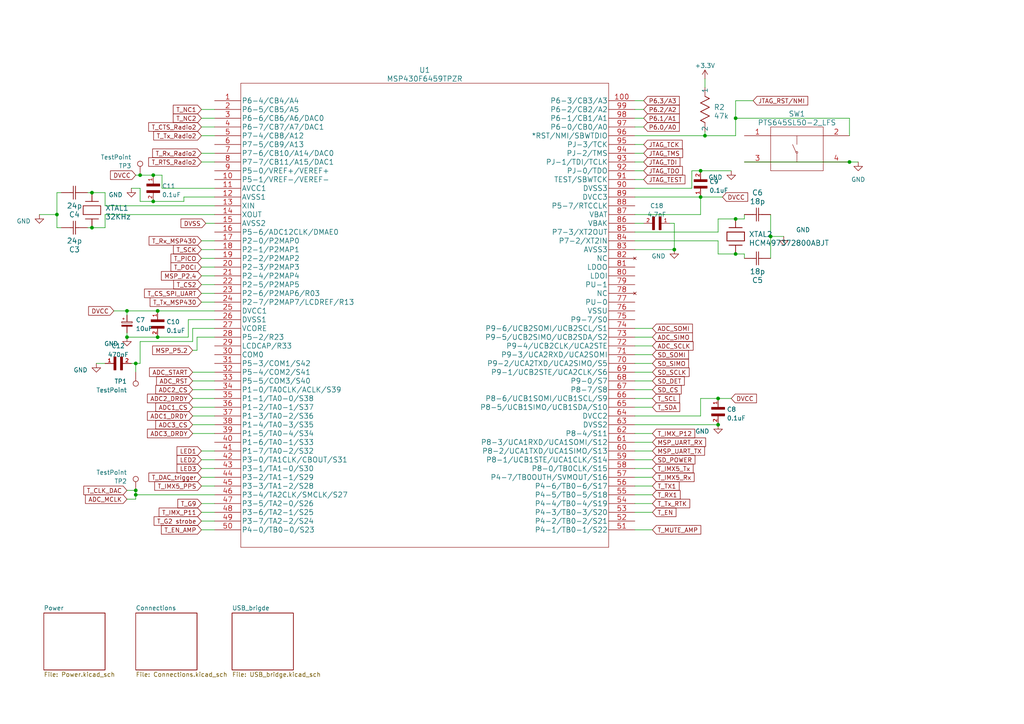
<source format=kicad_sch>
(kicad_sch (version 20230121) (generator eeschema)
  (paper "A4")
  (title_block (date "2024-02-28") (rev "1.0") (comment 1 "By Thimira Asurapmudalige"))
  (lib_symbols
    (symbol "CAP_0.1uF_0603:C0603C104J4RAC7867" (pin_names (offset 1.016) hide)
      (property "Reference" "C" (at 0 3.81 0))
      (property "Value" "C0603C104J4RAC7867" (at 0 -5.08 0))
      (symbol "C0603C104J4RAC7867_0_0"
        (rectangle (start 0 -1.905) (end 0.635 1.905) (fill (type outline)))
        (rectangle (start 1.905 -1.905) (end 2.54 1.905) (fill (type outline)))
        (pin passive line (at -2.54 0 0) (length 2.54) (name "~") (number "1"))
        (pin passive line (at 5.08 0 180) (length 2.54) (name "~") (number "2"))
      )
    )
    (symbol "Cap_18p:CGA3E2C0G1H180J080AA" (pin_numbers hide) (pin_names (offset 1.651) hide)
      (property "Reference" "C" (at 3.81 3.81 0))
      (property "Value" "CGA3E2C0G1H180J080AA" (at 3.81 -7.62 0))
      (symbol "CGA3E2C0G1H180J080AA_1_1"
        (polyline (pts (xy 2.54 0) (xy 3.4798 0)) (stroke (width 0.2032)))
        (polyline (pts (xy 3.4798 -1.905) (xy 3.4798 1.905)) (stroke (width 0.2032)))
        (polyline (pts (xy 4.1148 -1.905) (xy 4.1148 1.905)) (stroke (width 0.2032)))
        (polyline (pts (xy 4.1148 0) (xy 5.08 0)) (stroke (width 0.2032)))
        (pin unspecified line (at 0 0 0) (length 2.54) (name "1") (number "1"))
        (pin unspecified line (at 7.62 0 180) (length 2.54) (name "2") (number "2"))
      )
    )
    (symbol "Cap_24p:CBR06C240FAGAC" (pin_numbers hide) (pin_names (offset 1.651) hide)
      (property "Reference" "C" (at 3.81 3.81 0))
      (property "Value" "CBR06C240FAGAC" (at 3.81 -7.62 0))
      (symbol "CBR06C240FAGAC_1_1"
        (polyline (pts (xy 2.54 0) (xy 3.4798 0)) (stroke (width 0.2032)))
        (polyline (pts (xy 3.4798 -1.905) (xy 3.4798 1.905)) (stroke (width 0.2032)))
        (polyline (pts (xy 4.1148 -1.905) (xy 4.1148 1.905)) (stroke (width 0.2032)))
        (polyline (pts (xy 4.1148 0) (xy 5.08 0)) (stroke (width 0.2032)))
        (pin unspecified line (at 0 0 0) (length 2.54) (name "1") (number "1"))
        (pin unspecified line (at 7.62 0 180) (length 2.54) (name "2") (number "2"))
      )
    )
    (symbol "Cap_470nF_0805:C0805C474K5RECAUTO" (pin_names (offset 1.016) hide)
      (property "Reference" "C" (at 0 3.81 0))
      (property "Value" "C0805C474K5RECAUTO" (at 0 -5.08 0))
      (symbol "C0805C474K5RECAUTO_0_0"
        (rectangle (start 0 -1.905) (end 0.635 1.905) (fill (type outline)))
        (rectangle (start 1.905 -1.905) (end 2.54 1.905) (fill (type outline)))
        (pin passive line (at -2.54 0 0) (length 2.54) (name "~") (number "1"))
        (pin passive line (at 5.08 0 180) (length 2.54) (name "~") (number "2"))
      )
    )
    (symbol "Connector:TestPoint" (pin_numbers hide) (pin_names (offset 0.762) hide)
      (property "Reference" "TP" (at 0 6.858 0))
      (property "Value" "TestPoint" (at 0 5.08 0))
      (symbol "TestPoint_0_1"
        (circle (center 0 3.302) (radius 0.762))
      )
      (symbol "TestPoint_1_1"
        (pin passive line (at 0 0 90) (length 2.54) (name "1") (number "1"))
      )
    )
    (symbol "Device:C_Polarized_Small" (pin_numbers hide) (pin_names (offset 0.254) hide)
      (property "Reference" "C7" (at 2.54 1.1811 0))
      (property "Value" "10uF" (at 2.54 -1.3589 0))
      (symbol "C_Polarized_Small_0_1"
        (rectangle (start -1.524 -0.3048) (end 1.524 -0.6858) (fill (type outline)))
        (rectangle (start -1.524 0.6858) (end 1.524 0.3048))
        (polyline (pts (xy -1.27 1.524) (xy -0.762 1.524)))
        (polyline (pts (xy -1.016 1.27) (xy -1.016 1.778)))
      )
      (symbol "C_Polarized_Small_1_1"
        (pin passive line (at 0 2.54 270) (length 1.8542) (name "1") (number "1"))
        (pin passive line (at 0 -2.54 90) (length 1.8542) (name "2") (number "2"))
      )
    )
    (symbol "MSP430F6459:MSP430F6459TPZR" (pin_names (offset 0.254))
      (property "Reference" "U" (at 60.96 10.16 0))
      (property "Value" "MSP430F6459TPZR" (at 60.96 7.62 0))
      (symbol "MSP430F6459TPZR_1_1"
        (polyline (pts (xy 7.62 -129.54) (xy 114.3 -129.54)) (stroke (width 0.127)))
        (polyline (pts (xy 7.62 5.08) (xy 7.62 -129.54)) (stroke (width 0.127)))
        (polyline (pts (xy 114.3 -129.54) (xy 114.3 5.08)) (stroke (width 0.127)))
        (polyline (pts (xy 114.3 5.08) (xy 7.62 5.08)) (stroke (width 0.127)))
        (pin bidirectional line (at 0 0 0) (length 7.62) (name "P6-4/CB4/A4") (number "1"))
        (pin bidirectional line (at 0 -22.86 0) (length 7.62) (name "P5-1/VREF-/VEREF-") (number "10"))
        (pin bidirectional line (at 121.92 0 180) (length 7.62) (name "P6-3/CB3/A3") (number "100"))
        (pin power_in line (at 0 -25.4 0) (length 7.62) (name "AVCC1") (number "11"))
        (pin power_in line (at 0 -27.94 0) (length 7.62) (name "AVSS1") (number "12"))
        (pin input line (at 0 -30.48 0) (length 7.62) (name "XIN") (number "13"))
        (pin output line (at 0 -33.02 0) (length 7.62) (name "XOUT") (number "14"))
        (pin power_in line (at 0 -35.56 0) (length 7.62) (name "AVSS2") (number "15"))
        (pin bidirectional line (at 0 -38.1 0) (length 7.62) (name "P5-6/ADC12CLK/DMAE0") (number "16"))
        (pin bidirectional line (at 0 -40.64 0) (length 7.62) (name "P2-0/P2MAP0") (number "17"))
        (pin bidirectional line (at 0 -43.18 0) (length 7.62) (name "P2-1/P2MAP1") (number "18"))
        (pin bidirectional line (at 0 -45.72 0) (length 7.62) (name "P2-2/P2MAP2") (number "19"))
        (pin bidirectional line (at 0 -2.54 0) (length 7.62) (name "P6-5/CB5/A5") (number "2"))
        (pin bidirectional line (at 0 -48.26 0) (length 7.62) (name "P2-3/P2MAP3") (number "20"))
        (pin bidirectional line (at 0 -50.8 0) (length 7.62) (name "P2-4/P2MAP4") (number "21"))
        (pin bidirectional line (at 0 -53.34 0) (length 7.62) (name "P2-5/P2MAP5") (number "22"))
        (pin bidirectional line (at 0 -55.88 0) (length 7.62) (name "P2-6/P2MAP6/R03") (number "23"))
        (pin bidirectional line (at 0 -58.42 0) (length 7.62) (name "P2-7/P2MAP7/LCDREF/R13") (number "24"))
        (pin power_in line (at 0 -60.96 0) (length 7.62) (name "DVCC1") (number "25"))
        (pin power_in line (at 0 -63.5 0) (length 7.62) (name "DVSS1") (number "26"))
        (pin power_in line (at 0 -66.04 0) (length 7.62) (name "VCORE") (number "27"))
        (pin bidirectional line (at 0 -68.58 0) (length 7.62) (name "P5-2/R23") (number "28"))
        (pin bidirectional line (at 0 -71.12 0) (length 7.62) (name "LCDCAP/R33") (number "29"))
        (pin bidirectional line (at 0 -5.08 0) (length 7.62) (name "P6-6/CB6/A6/DAC0") (number "3"))
        (pin output line (at 0 -73.66 0) (length 7.62) (name "COM0") (number "30"))
        (pin bidirectional line (at 0 -76.2 0) (length 7.62) (name "P5-3/COM1/S42") (number "31"))
        (pin bidirectional line (at 0 -78.74 0) (length 7.62) (name "P5-4/COM2/S41") (number "32"))
        (pin bidirectional line (at 0 -81.28 0) (length 7.62) (name "P5-5/COM3/S40") (number "33"))
        (pin bidirectional line (at 0 -83.82 0) (length 7.62) (name "P1-0/TA0CLK/ACLK/S39") (number "34"))
        (pin bidirectional line (at 0 -86.36 0) (length 7.62) (name "P1-1/TA0-0/S38") (number "35"))
        (pin bidirectional line (at 0 -88.9 0) (length 7.62) (name "P1-2/TA0-1/S37") (number "36"))
        (pin bidirectional line (at 0 -91.44 0) (length 7.62) (name "P1-3/TA0-2/S36") (number "37"))
        (pin bidirectional line (at 0 -93.98 0) (length 7.62) (name "P1-4/TA0-3/S35") (number "38"))
        (pin bidirectional line (at 0 -96.52 0) (length 7.62) (name "P1-5/TA0-4/S34") (number "39"))
        (pin bidirectional line (at 0 -7.62 0) (length 7.62) (name "P6-7/CB7/A7/DAC1") (number "4"))
        (pin bidirectional line (at 0 -99.06 0) (length 7.62) (name "P1-6/TA0-1/S33") (number "40"))
        (pin bidirectional line (at 0 -101.6 0) (length 7.62) (name "P1-7/TA0-2/S32") (number "41"))
        (pin bidirectional line (at 0 -104.14 0) (length 7.62) (name "P3-0/TA1CLK/CBOUT/S31") (number "42"))
        (pin bidirectional line (at 0 -106.68 0) (length 7.62) (name "P3-1/TA1-0/S30") (number "43"))
        (pin bidirectional line (at 0 -109.22 0) (length 7.62) (name "P3-2/TA1-1/S29") (number "44"))
        (pin bidirectional line (at 0 -111.76 0) (length 7.62) (name "P3-3/TA1-2/S28") (number "45"))
        (pin bidirectional line (at 0 -114.3 0) (length 7.62) (name "P3-4/TA2CLK/SMCLK/S27") (number "46"))
        (pin bidirectional line (at 0 -116.84 0) (length 7.62) (name "P3-5/TA2-0/S26") (number "47"))
        (pin bidirectional line (at 0 -119.38 0) (length 7.62) (name "P3-6/TA2-1/S25") (number "48"))
        (pin bidirectional line (at 0 -121.92 0) (length 7.62) (name "P3-7/TA2-2/S24") (number "49"))
        (pin bidirectional line (at 0 -10.16 0) (length 7.62) (name "P7-4/CB8/A12") (number "5"))
        (pin bidirectional line (at 0 -124.46 0) (length 7.62) (name "P4-0/TB0-0/S23") (number "50"))
        (pin bidirectional line (at 121.92 -124.46 180) (length 7.62) (name "P4-1/TB0-1/S22") (number "51"))
        (pin bidirectional line (at 121.92 -121.92 180) (length 7.62) (name "P4-2/TB0-2/S21") (number "52"))
        (pin bidirectional line (at 121.92 -119.38 180) (length 7.62) (name "P4-3/TB0-3/S20") (number "53"))
        (pin bidirectional line (at 121.92 -116.84 180) (length 7.62) (name "P4-4/TB0-4/S19") (number "54"))
        (pin bidirectional line (at 121.92 -114.3 180) (length 7.62) (name "P4-5/TB0-5/S18") (number "55"))
        (pin bidirectional line (at 121.92 -111.76 180) (length 7.62) (name "P4-6/TB0-6/S17") (number "56"))
        (pin bidirectional line (at 121.92 -109.22 180) (length 7.62) (name "P4-7/TB0OUTH/SVMOUT/S16") (number "57"))
        (pin bidirectional line (at 121.92 -106.68 180) (length 7.62) (name "P8-0/TB0CLK/S15") (number "58"))
        (pin bidirectional line (at 121.92 -104.14 180) (length 7.62) (name "P8-1/UCB1STE/UCA1CLK/S14") (number "59"))
        (pin bidirectional line (at 0 -12.7 0) (length 7.62) (name "P7-5/CB9/A13") (number "6"))
        (pin bidirectional line (at 121.92 -101.6 180) (length 7.62) (name "P8-2/UCA1TXD/UCA1SIMO/S13") (number "60"))
        (pin bidirectional line (at 121.92 -99.06 180) (length 7.62) (name "P8-3/UCA1RXD/UCA1SOMI/S12") (number "61"))
        (pin bidirectional line (at 121.92 -96.52 180) (length 7.62) (name "P8-4/S11") (number "62"))
        (pin power_in line (at 121.92 -93.98 180) (length 7.62) (name "DVSS2") (number "63"))
        (pin power_in line (at 121.92 -91.44 180) (length 7.62) (name "DVCC2") (number "64"))
        (pin bidirectional line (at 121.92 -88.9 180) (length 7.62) (name "P8-5/UCB1SIMO/UCB1SDA/S10") (number "65"))
        (pin bidirectional line (at 121.92 -86.36 180) (length 7.62) (name "P8-6/UCB1SOMI/UCB1SCL/S9") (number "66"))
        (pin bidirectional line (at 121.92 -83.82 180) (length 7.62) (name "P8-7/S8") (number "67"))
        (pin bidirectional line (at 121.92 -81.28 180) (length 7.62) (name "P9-0/S7") (number "68"))
        (pin bidirectional line (at 121.92 -78.74 180) (length 7.62) (name "P9-1/UCB2STE/UCA2CLK/S6") (number "69"))
        (pin bidirectional line (at 0 -15.24 0) (length 7.62) (name "P7-6/CB10/A14/DAC0") (number "7"))
        (pin bidirectional line (at 121.92 -76.2 180) (length 7.62) (name "P9-2/UCA2TXD/UCA2SIMO/S5") (number "70"))
        (pin bidirectional line (at 121.92 -73.66 180) (length 7.62) (name "P9-3/UCA2RXD/UCA2SOMI") (number "71"))
        (pin bidirectional line (at 121.92 -71.12 180) (length 7.62) (name "P9-4/UCB2CLK/UCA2STE") (number "72"))
        (pin bidirectional line (at 121.92 -68.58 180) (length 7.62) (name "P9-5/UCB2SIMO/UCB2SDA/S2") (number "73"))
        (pin bidirectional line (at 121.92 -66.04 180) (length 7.62) (name "P9-6/UCB2SOMI/UCB2SCL/S1") (number "74"))
        (pin bidirectional line (at 121.92 -63.5 180) (length 7.62) (name "P9-7/S0") (number "75"))
        (pin power_in line (at 121.92 -60.96 180) (length 7.62) (name "VSSU") (number "76"))
        (pin bidirectional line (at 121.92 -58.42 180) (length 7.62) (name "PU-0") (number "77"))
        (pin no_connect line (at 121.92 -55.88 180) (length 7.62) (name "NC") (number "78"))
        (pin bidirectional line (at 121.92 -53.34 180) (length 7.62) (name "PU-1") (number "79"))
        (pin bidirectional line (at 0 -17.78 0) (length 7.62) (name "P7-7/CB11/A15/DAC1") (number "8"))
        (pin input line (at 121.92 -50.8 180) (length 7.62) (name "LDOI") (number "80"))
        (pin output line (at 121.92 -48.26 180) (length 7.62) (name "LDOO") (number "81"))
        (pin no_connect line (at 121.92 -45.72 180) (length 7.62) (name "NC") (number "82"))
        (pin power_in line (at 121.92 -43.18 180) (length 7.62) (name "AVSS3") (number "83"))
        (pin bidirectional line (at 121.92 -40.64 180) (length 7.62) (name "P7-2/XT2IN") (number "84"))
        (pin bidirectional line (at 121.92 -38.1 180) (length 7.62) (name "P7-3/XT2OUT") (number "85"))
        (pin power_in line (at 121.92 -35.56 180) (length 7.62) (name "VBAK") (number "86"))
        (pin power_in line (at 121.92 -33.02 180) (length 7.62) (name "VBAT") (number "87"))
        (pin bidirectional line (at 121.92 -30.48 180) (length 7.62) (name "P5-7/RTCCLK") (number "88"))
        (pin power_in line (at 121.92 -27.94 180) (length 7.62) (name "DVCC3") (number "89"))
        (pin bidirectional line (at 0 -20.32 0) (length 7.62) (name "P5-0/VREF+/VEREF+") (number "9"))
        (pin power_in line (at 121.92 -25.4 180) (length 7.62) (name "DVSS3") (number "90"))
        (pin input line (at 121.92 -22.86 180) (length 7.62) (name "TEST/SBWTCK") (number "91"))
        (pin bidirectional line (at 121.92 -20.32 180) (length 7.62) (name "PJ-0/TDO") (number "92"))
        (pin bidirectional line (at 121.92 -17.78 180) (length 7.62) (name "PJ-1/TDI/TCLK") (number "93"))
        (pin bidirectional line (at 121.92 -15.24 180) (length 7.62) (name "PJ-2/TMS") (number "94"))
        (pin bidirectional line (at 121.92 -12.7 180) (length 7.62) (name "PJ-3/TCK") (number "95"))
        (pin bidirectional line (at 121.92 -10.16 180) (length 7.62) (name "*RST/NMI/SBWTDIO") (number "96"))
        (pin bidirectional line (at 121.92 -7.62 180) (length 7.62) (name "P6-0/CB0/A0") (number "97"))
        (pin bidirectional line (at 121.92 -5.08 180) (length 7.62) (name "P6-1/CB1/A1") (number "98"))
        (pin bidirectional line (at 121.92 -2.54 180) (length 7.62) (name "P6-2/CB2/A2") (number "99"))
      )
    )
    (symbol "Res_47k_0603:CRCW060347K0JNEA" (pin_numbers hide) (pin_names (offset -2.54))
      (property "Reference" "R" (at 5.715 3.81 0))
      (property "Value" "CRCW060347K0JNEA" (at 6.35 -6.985 0))
      (symbol "CRCW060347K0JNEA_1_1"
        (polyline (pts (xy 2.54 0) (xy 3.175 1.27)) (stroke (width 0.2032)))
        (polyline (pts (xy 3.175 1.27) (xy 4.445 -1.27)) (stroke (width 0.2032)))
        (polyline (pts (xy 4.445 -1.27) (xy 5.715 1.27)) (stroke (width 0.2032)))
        (polyline (pts (xy 5.715 1.27) (xy 6.985 -1.27)) (stroke (width 0.2032)))
        (polyline (pts (xy 6.985 -1.27) (xy 8.255 1.27)) (stroke (width 0.2032)))
        (polyline (pts (xy 8.255 1.27) (xy 9.525 -1.27)) (stroke (width 0.2032)))
        (polyline (pts (xy 9.525 -1.27) (xy 10.16 0)) (stroke (width 0.2032)))
        (pin unspecified line (at 12.7 0 180) (length 2.54) (name "1") (number "1"))
        (pin unspecified line (at 0 0 0) (length 2.54) (name "2") (number "2"))
      )
    )
    (symbol "SW_SPST_TAC:PTS645SL50-2_LFS" (pin_names (offset 0.254) hide)
      (property "Reference" "SW" (at 15.748 7.366 0))
      (property "Value" "PTS645SL50-2_LFS" (at 15.748 4.826 0))
      (symbol "PTS645SL50-2_LFS_1_1"
        (polyline (pts (xy 7.62 -10.16) (xy 22.86 -10.16)) (stroke (width 0.127)))
        (polyline (pts (xy 7.62 0) (xy 22.86 0)) (stroke (width 0.127)))
        (polyline (pts (xy 7.62 2.54) (xy 7.62 -10.16)) (stroke (width 0.127)))
        (polyline (pts (xy 14.986 -4.826) (xy 13.97 -2.54)) (stroke (width 0.127)))
        (polyline (pts (xy 15.24 -7.62) (xy 15.24 -5.08)) (stroke (width 0.127)))
        (polyline (pts (xy 15.24 0) (xy 15.24 -2.54)) (stroke (width 0.127)))
        (polyline (pts (xy 22.86 -10.16) (xy 22.86 2.54)) (stroke (width 0.127)))
        (polyline (pts (xy 22.86 -7.62) (xy 7.62 -7.62)) (stroke (width 0.127)))
        (polyline (pts (xy 22.86 2.54) (xy 7.62 2.54)) (stroke (width 0.127)))
        (circle (center 15.24 -4.826) (radius 0.254) (stroke (width 0.127)))
        (arc (start 15.24 -4.572) (mid 15.24 -4.572) (end 15.24 -4.572) (stroke (width 0.127)))
        (pin unspecified line (at 0 0 0) (length 7.62) (name "1") (number "1"))
        (pin unspecified line (at 30.48 0 180) (length 7.62) (name "2") (number "2"))
        (pin unspecified line (at 0 -7.62 0) (length 7.62) (name "3") (number "3"))
        (pin unspecified line (at 30.48 -7.62 180) (length 7.62) (name "4") (number "4"))
      )
    )
    (symbol "XTAL 7.3728 MHz:HCM497372800ABJT" (pin_numbers hide) (pin_names hide)
      (property "Reference" "XTAL" (at 5.08 4.445 0))
      (property "Value" "HCM497372800ABJT" (at 5.08 -7.62 0))
      (symbol "HCM497372800ABJT_1_1"
        (polyline (pts (xy 2.54 -1.905) (xy 2.54 1.905)) (stroke (width 0.2032)))
        (polyline (pts (xy 2.54 -1.905) (xy 2.54 1.905)) (stroke (width 0.2032)))
        (polyline (pts (xy 3.81 -2.54) (xy 3.81 2.54)) (stroke (width 0.2032)))
        (polyline (pts (xy 3.81 -2.54) (xy 3.81 2.54)) (stroke (width 0.2032)))
        (polyline (pts (xy 3.81 2.54) (xy 6.35 2.54)) (stroke (width 0.2032)))
        (polyline (pts (xy 3.81 2.54) (xy 6.35 2.54)) (stroke (width 0.2032)))
        (polyline (pts (xy 6.35 -2.54) (xy 3.81 -2.54)) (stroke (width 0.2032)))
        (polyline (pts (xy 6.35 -2.54) (xy 3.81 -2.54)) (stroke (width 0.2032)))
        (polyline (pts (xy 6.35 2.54) (xy 6.35 -2.54)) (stroke (width 0.2032)))
        (polyline (pts (xy 6.35 2.54) (xy 6.35 -2.54)) (stroke (width 0.2032)))
        (polyline (pts (xy 7.62 -1.905) (xy 7.62 1.905)) (stroke (width 0.2032)))
        (polyline (pts (xy 7.62 -1.905) (xy 7.62 1.905)) (stroke (width 0.2032)))
        (pin unspecified line (at 0 0 0) (length 2.54) (name "1") (number "1"))
        (pin unspecified line (at 10.16 0 180) (length 2.54) (name "2") (number "2"))
      )
    )
    (symbol "XTAL_32KHz:ECS-.327-12.5-34B-TR" (pin_numbers hide) (pin_names hide)
      (property "Reference" "XTAL" (at 5.08 4.445 0))
      (property "Value" "ECS-.327-12.5-34B-TR" (at 5.08 -7.62 0))
      (symbol "ECS-.327-12.5-34B-TR_1_1"
        (polyline (pts (xy 2.54 -1.905) (xy 2.54 1.905)) (stroke (width 0.2032)))
        (polyline (pts (xy 3.81 -2.54) (xy 3.81 2.54)) (stroke (width 0.2032)))
        (polyline (pts (xy 3.81 2.54) (xy 6.35 2.54)) (stroke (width 0.2032)))
        (polyline (pts (xy 6.35 -2.54) (xy 3.81 -2.54)) (stroke (width 0.2032)))
        (polyline (pts (xy 6.35 2.54) (xy 6.35 -2.54)) (stroke (width 0.2032)))
        (polyline (pts (xy 7.62 -1.905) (xy 7.62 1.905)) (stroke (width 0.2032)))
        (pin unspecified line (at 0 0 0) (length 2.54) (name "1") (number "1"))
        (pin unspecified line (at 10.16 0 180) (length 2.54) (name "2") (number "2"))
      )
    )
    (symbol "power:+3.3V" (power) (pin_names (offset 0))
      (property "Value" "+3.3V" (at 0 3.556 0))
      (symbol "+3.3V_0_1"
        (polyline (pts (xy -0.762 1.27) (xy 0 2.54)))
        (polyline (pts (xy 0 0) (xy 0 2.54)))
        (polyline (pts (xy 0 2.54) (xy 0.762 1.27)))
      )
      (symbol "+3.3V_1_1"
        (pin power_in line (at 0 0 90) (length 0) hide (name "+3.3V") (number "1"))
      )
    )
    (symbol "power:GND" (power) (pin_names (offset 0))
      (property "Value" "GND" (at 0 -3.81 0))
      (symbol "GND_0_1"
        (polyline (pts (xy 0 0) (xy 0 -1.27) (xy 1.27 -1.27) (xy 0 -2.54) (xy -1.27 -1.27) (xy 0 -1.27)))
      )
      (symbol "GND_1_1"
        (pin power_in line (at 0 0 270) (length 0) hide (name "GND") (number "1"))
      )
    )
  )
  (junction (at 204.47 39.37))
  (junction (at 45.72 90.17))
  (junction (at 39.37 143.51))
  (junction (at 213.36 34.29))
  (junction (at 26.67 55.88))
  (junction (at 213.36 73.66))
  (junction (at 203.2 57.15))
  (junction (at 39.37 105.41))
  (junction (at 203.2 49.53))
  (junction (at 44.45 58.42))
  (junction (at 223.52 68.58))
  (junction (at 195.58 72.39))
  (junction (at 16.51 62.23))
  (junction (at 36.83 90.17))
  (junction (at 208.28 123.19))
  (junction (at 45.72 97.79))
  (junction (at 246.38 46.99))
  (junction (at 26.67 66.04))
  (junction (at 39.37 142.24))
  (junction (at 213.36 63.5))
  (junction (at 40.64 50.8))
  (junction (at 44.45 50.8))
  (junction (at 208.28 115.57))
  (junction (at 36.83 97.79))
  (wire (pts (xy 39.37 50.8) (xy 40.64 50.8)))
  (wire (pts (xy 189.23 148.59) (xy 184.15 148.59)))
  (wire (pts (xy 218.44 29.21) (xy 213.36 29.21)))
  (wire (pts (xy 55.88 120.65) (xy 62.23 120.65)))
  (wire (pts (xy 55.88 101.6) (xy 57.15 101.6)))
  (wire (pts (xy 186.69 31.75) (xy 184.15 31.75)))
  (wire (pts (xy 58.42 148.59) (xy 62.23 148.59)))
  (wire (pts (xy 203.2 49.53) (xy 212.09 49.53)))
  (wire (pts (xy 189.23 113.03) (xy 184.15 113.03)))
  (wire (pts (xy 58.42 39.37) (xy 62.23 39.37)))
  (wire (pts (xy 184.15 57.15) (xy 203.2 57.15)))
  (wire (pts (xy 204.47 39.37) (xy 213.36 39.37)))
  (wire (pts (xy 40.64 54.61) (xy 40.64 58.42)))
  (wire (pts (xy 189.23 128.27) (xy 184.15 128.27)))
  (wire (pts (xy 59.69 64.77) (xy 62.23 64.77)))
  (wire (pts (xy 58.42 82.55) (xy 62.23 82.55)))
  (wire (pts (xy 16.51 55.88) (xy 17.78 55.88)))
  (wire (pts (xy 215.9 73.66) (xy 213.36 73.66)))
  (wire (pts (xy 39.37 144.78) (xy 39.37 143.51)))
  (wire (pts (xy 189.23 105.41) (xy 184.15 105.41)))
  (wire (pts (xy 208.28 63.5) (xy 213.36 63.5)))
  (wire (pts (xy 30.48 62.23) (xy 62.23 62.23)))
  (wire (pts (xy 195.58 64.77) (xy 195.58 72.39)))
  (wire (pts (xy 30.48 62.23) (xy 30.48 66.04)))
  (wire (pts (xy 55.88 125.73) (xy 62.23 125.73)))
  (wire (pts (xy 39.37 142.24) (xy 39.37 143.51)))
  (wire (pts (xy 186.69 36.83) (xy 184.15 36.83)))
  (wire (pts (xy 246.38 46.99) (xy 248.92 46.99)))
  (wire (pts (xy 189.23 146.05) (xy 184.15 146.05)))
  (wire (pts (xy 44.45 58.42) (xy 53.34 58.42)))
  (wire (pts (xy 39.37 142.24) (xy 36.83 142.24)))
  (wire (pts (xy 184.15 46.99) (xy 186.69 46.99)))
  (wire (pts (xy 184.15 64.77) (xy 186.69 64.77)))
  (wire (pts (xy 54.61 92.71) (xy 62.23 92.71)))
  (wire (pts (xy 44.45 50.8) (xy 46.99 50.8)))
  (wire (pts (xy 33.02 90.17) (xy 36.83 90.17)))
  (wire (pts (xy 30.48 59.69) (xy 62.23 59.69)))
  (wire (pts (xy 215.9 46.99) (xy 246.38 46.99)))
  (wire (pts (xy 16.51 66.04) (xy 17.78 66.04)))
  (wire (pts (xy 215.9 74.93) (xy 215.9 73.66)))
  (wire (pts (xy 39.37 105.41) (xy 38.1 105.41)))
  (wire (pts (xy 189.23 140.97) (xy 184.15 140.97)))
  (wire (pts (xy 204.47 38.1) (xy 204.47 39.37)))
  (wire (pts (xy 200.66 49.53) (xy 200.66 54.61)))
  (wire (pts (xy 203.2 115.57) (xy 208.28 115.57)))
  (wire (pts (xy 54.61 97.79) (xy 54.61 92.71)))
  (wire (pts (xy 57.15 97.79) (xy 62.23 97.79)))
  (wire (pts (xy 215.9 63.5) (xy 215.9 62.23)))
  (wire (pts (xy 58.42 31.75) (xy 62.23 31.75)))
  (wire (pts (xy 58.42 80.01) (xy 62.23 80.01)))
  (wire (pts (xy 184.15 41.91) (xy 186.69 41.91)))
  (wire (pts (xy 184.15 62.23) (xy 203.2 62.23)))
  (wire (pts (xy 45.72 97.79) (xy 54.61 97.79)))
  (wire (pts (xy 58.42 151.13) (xy 62.23 151.13)))
  (wire (pts (xy 223.52 68.58) (xy 227.33 68.58)))
  (wire (pts (xy 36.83 97.79) (xy 45.72 97.79)))
  (wire (pts (xy 204.47 22.86) (xy 204.47 25.4)))
  (wire (pts (xy 55.88 113.03) (xy 62.23 113.03)))
  (wire (pts (xy 223.52 74.93) (xy 223.52 68.58)))
  (wire (pts (xy 45.72 90.17) (xy 62.23 90.17)))
  (wire (pts (xy 186.69 34.29) (xy 184.15 34.29)))
  (wire (pts (xy 223.52 68.58) (xy 223.52 62.23)))
  (wire (pts (xy 55.88 118.11) (xy 62.23 118.11)))
  (wire (pts (xy 208.28 115.57) (xy 212.09 115.57)))
  (wire (pts (xy 55.88 99.06) (xy 55.88 95.25)))
  (wire (pts (xy 203.2 120.65) (xy 184.15 120.65)))
  (wire (pts (xy 58.42 133.35) (xy 62.23 133.35)))
  (wire (pts (xy 40.64 105.41) (xy 39.37 105.41)))
  (wire (pts (xy 57.15 101.6) (xy 57.15 97.79)))
  (wire (pts (xy 36.83 91.44) (xy 36.83 90.17)))
  (wire (pts (xy 204.47 39.37) (xy 184.15 39.37)))
  (wire (pts (xy 213.36 73.66) (xy 208.28 73.66)))
  (wire (pts (xy 184.15 125.73) (xy 189.23 125.73)))
  (wire (pts (xy 16.51 66.04) (xy 16.51 62.23)))
  (wire (pts (xy 184.15 138.43) (xy 189.23 138.43)))
  (wire (pts (xy 55.88 107.95) (xy 62.23 107.95)))
  (wire (pts (xy 246.38 34.29) (xy 213.36 34.29)))
  (wire (pts (xy 184.15 72.39) (xy 195.58 72.39)))
  (wire (pts (xy 189.23 110.49) (xy 184.15 110.49)))
  (wire (pts (xy 58.42 69.85) (xy 62.23 69.85)))
  (wire (pts (xy 203.2 57.15) (xy 209.55 57.15)))
  (wire (pts (xy 58.42 77.47) (xy 62.23 77.47)))
  (wire (pts (xy 203.2 115.57) (xy 203.2 120.65)))
  (wire (pts (xy 58.42 44.45) (xy 62.23 44.45)))
  (wire (pts (xy 213.36 63.5) (xy 215.9 63.5)))
  (wire (pts (xy 58.42 135.89) (xy 62.23 135.89)))
  (wire (pts (xy 25.4 55.88) (xy 26.67 55.88)))
  (wire (pts (xy 39.37 143.51) (xy 62.23 143.51)))
  (wire (pts (xy 58.42 87.63) (xy 62.23 87.63)))
  (wire (pts (xy 184.15 123.19) (xy 208.28 123.19)))
  (wire (pts (xy 58.42 153.67) (xy 62.23 153.67)))
  (wire (pts (xy 189.23 100.33) (xy 184.15 100.33)))
  (wire (pts (xy 40.64 50.8) (xy 44.45 50.8)))
  (wire (pts (xy 58.42 72.39) (xy 62.23 72.39)))
  (wire (pts (xy 184.15 49.53) (xy 186.69 49.53)))
  (wire (pts (xy 30.48 55.88) (xy 30.48 59.69)))
  (wire (pts (xy 184.15 69.85) (xy 208.28 69.85)))
  (wire (pts (xy 189.23 97.79) (xy 184.15 97.79)))
  (wire (pts (xy 40.64 99.06) (xy 55.88 99.06)))
  (wire (pts (xy 55.88 115.57) (xy 62.23 115.57)))
  (wire (pts (xy 58.42 74.93) (xy 62.23 74.93)))
  (wire (pts (xy 36.83 90.17) (xy 45.72 90.17)))
  (wire (pts (xy 194.31 64.77) (xy 195.58 64.77)))
  (wire (pts (xy 53.34 57.15) (xy 53.34 58.42)))
  (wire (pts (xy 246.38 39.37) (xy 246.38 34.29)))
  (wire (pts (xy 36.83 144.78) (xy 39.37 144.78)))
  (wire (pts (xy 203.2 62.23) (xy 203.2 57.15)))
  (wire (pts (xy 55.88 123.19) (xy 62.23 123.19)))
  (wire (pts (xy 62.23 54.61) (xy 46.99 54.61)))
  (wire (pts (xy 40.64 58.42) (xy 44.45 58.42)))
  (wire (pts (xy 189.23 130.81) (xy 184.15 130.81)))
  (wire (pts (xy 39.37 107.95) (xy 39.37 105.41)))
  (wire (pts (xy 189.23 133.35) (xy 184.15 133.35)))
  (wire (pts (xy 184.15 153.67) (xy 189.23 153.67)))
  (wire (pts (xy 58.42 36.83) (xy 62.23 36.83)))
  (wire (pts (xy 189.23 143.51) (xy 184.15 143.51)))
  (wire (pts (xy 184.15 67.31) (xy 208.28 67.31)))
  (wire (pts (xy 36.83 97.79) (xy 36.83 96.52)))
  (wire (pts (xy 26.67 66.04) (xy 30.48 66.04)))
  (wire (pts (xy 25.4 66.04) (xy 26.67 66.04)))
  (wire (pts (xy 184.15 135.89) (xy 189.23 135.89)))
  (wire (pts (xy 189.23 95.25) (xy 184.15 95.25)))
  (wire (pts (xy 208.28 67.31) (xy 208.28 63.5)))
  (wire (pts (xy 62.23 57.15) (xy 53.34 57.15)))
  (wire (pts (xy 55.88 95.25) (xy 62.23 95.25)))
  (wire (pts (xy 189.23 118.11) (xy 184.15 118.11)))
  (wire (pts (xy 184.15 44.45) (xy 186.69 44.45)))
  (wire (pts (xy 16.51 62.23) (xy 16.51 55.88)))
  (wire (pts (xy 58.42 46.99) (xy 62.23 46.99)))
  (wire (pts (xy 40.64 99.06) (xy 40.64 105.41)))
  (wire (pts (xy 186.69 29.21) (xy 184.15 29.21)))
  (wire (pts (xy 58.42 34.29) (xy 62.23 34.29)))
  (wire (pts (xy 189.23 115.57) (xy 184.15 115.57)))
  (wire (pts (xy 58.42 146.05) (xy 62.23 146.05)))
  (wire (pts (xy 189.23 107.95) (xy 184.15 107.95)))
  (wire (pts (xy 58.42 85.09) (xy 62.23 85.09)))
  (wire (pts (xy 46.99 54.61) (xy 46.99 50.8)))
  (wire (pts (xy 27.94 105.41) (xy 30.48 105.41)))
  (wire (pts (xy 189.23 102.87) (xy 184.15 102.87)))
  (wire (pts (xy 11.43 62.23) (xy 16.51 62.23)))
  (wire (pts (xy 208.28 73.66) (xy 208.28 69.85)))
  (wire (pts (xy 184.15 52.07) (xy 186.69 52.07)))
  (wire (pts (xy 200.66 49.53) (xy 203.2 49.53)))
  (wire (pts (xy 55.88 110.49) (xy 62.23 110.49)))
  (wire (pts (xy 58.42 138.43) (xy 62.23 138.43)))
  (wire (pts (xy 200.66 54.61) (xy 184.15 54.61)))
  (wire (pts (xy 58.42 130.81) (xy 62.23 130.81)))
  (wire (pts (xy 213.36 34.29) (xy 213.36 39.37)))
  (wire (pts (xy 213.36 29.21) (xy 213.36 34.29)))
  (wire (pts (xy 26.67 55.88) (xy 30.48 55.88)))
  (wire (pts (xy 38.1 54.61) (xy 40.64 54.61)))
  (wire (pts (xy 58.42 140.97) (xy 62.23 140.97)))
  (global_label "T_DAC_trigger" (shape input) (at 58.42 138.43 180) (property "Intersheetrefs" "${INTERSHEET_REFS}" (effects hide)))
  (global_label "ADC1_DRDY" (shape input) (at 55.88 120.65 180) (property "Intersheetrefs" "${INTERSHEET_REFS}" (effects hide)))
  (global_label "MSP_P5.2" (shape input) (at 55.88 101.6 180) (property "Intersheetrefs" "${INTERSHEET_REFS}" (effects hide)))
  (global_label "T_MUTE_AMP" (shape input) (at 189.23 153.67 0) (property "Intersheetrefs" "${INTERSHEET_REFS}" (effects hide)))
  (global_label "T_IMX_P12" (shape input) (at 189.23 125.73 0) (property "Intersheetrefs" "${INTERSHEET_REFS}" (effects hide)))
  (global_label "T_CLK_DAC" (shape input) (at 36.83 142.24 180) (property "Intersheetrefs" "${INTERSHEET_REFS}" (effects hide)))
  (global_label "P6.1{slash}A1" (shape input) (at 186.69 34.29 0) (property "Intersheetrefs" "${INTERSHEET_REFS}" (effects hide)))
  (global_label "DVCC" (shape input) (at 209.55 57.15 0) (property "Intersheetrefs" "${INTERSHEET_REFS}" (effects hide)))
  (global_label "DVCC" (shape input) (at 212.09 115.57 0) (property "Intersheetrefs" "${INTERSHEET_REFS}" (effects hide)))
  (global_label "JTAG_TDI" (shape input) (at 186.69 46.99 0) (property "Intersheetrefs" "${INTERSHEET_REFS}" (effects hide)))
  (global_label "LED2" (shape input) (at 58.42 133.35 180) (property "Intersheetrefs" "${INTERSHEET_REFS}" (effects hide)))
  (global_label "SD_POWER" (shape input) (at 189.23 133.35 0) (property "Intersheetrefs" "${INTERSHEET_REFS}" (effects hide)))
  (global_label "T_RX1" (shape input) (at 189.23 143.51 0) (property "Intersheetrefs" "${INTERSHEET_REFS}" (effects hide)))
  (global_label "T_EN_AMP" (shape input) (at 58.42 153.67 180) (property "Intersheetrefs" "${INTERSHEET_REFS}" (effects hide)))
  (global_label "T_IMX_P11" (shape input) (at 58.42 148.59 180) (property "Intersheetrefs" "${INTERSHEET_REFS}" (effects hide)))
  (global_label "MSP_UART_TX" (shape input) (at 189.23 130.81 0) (property "Intersheetrefs" "${INTERSHEET_REFS}" (effects hide)))
  (global_label "SD_DET" (shape input) (at 189.23 110.49 0) (property "Intersheetrefs" "${INTERSHEET_REFS}" (effects hide)))
  (global_label "T_IMX5_PPS" (shape input) (at 58.42 140.97 180) (property "Intersheetrefs" "${INTERSHEET_REFS}" (effects hide)))
  (global_label "T_SCK" (shape input) (at 58.42 72.39 180) (property "Intersheetrefs" "${INTERSHEET_REFS}" (effects hide)))
  (global_label "ADC_SIMO" (shape input) (at 189.23 97.79 0) (property "Intersheetrefs" "${INTERSHEET_REFS}" (effects hide)))
  (global_label "DVCC" (shape input) (at 33.02 90.17 180) (property "Intersheetrefs" "${INTERSHEET_REFS}" (effects hide)))
  (global_label "JTAG_TDO" (shape input) (at 186.69 49.53 0) (property "Intersheetrefs" "${INTERSHEET_REFS}" (effects hide)))
  (global_label "ADC_RST" (shape input) (at 55.88 110.49 180) (property "Intersheetrefs" "${INTERSHEET_REFS}" (effects hide)))
  (global_label "T_TX1" (shape input) (at 189.23 140.97 0) (property "Intersheetrefs" "${INTERSHEET_REFS}" (effects hide)))
  (global_label "MSP_UART_RX" (shape input) (at 189.23 128.27 0) (property "Intersheetrefs" "${INTERSHEET_REFS}" (effects hide)))
  (global_label "T_Tx_RTK" (shape input) (at 189.23 146.05 0) (property "Intersheetrefs" "${INTERSHEET_REFS}" (effects hide)))
  (global_label "ADC2_CS" (shape input) (at 55.88 113.03 180) (property "Intersheetrefs" "${INTERSHEET_REFS}" (effects hide)))
  (global_label "P6.2{slash}A2" (shape input) (at 186.69 31.75 0) (property "Intersheetrefs" "${INTERSHEET_REFS}" (effects hide)))
  (global_label "SD_SIMO" (shape input) (at 189.23 105.41 0) (property "Intersheetrefs" "${INTERSHEET_REFS}" (effects hide)))
  (global_label "MSP_P2.4" (shape input) (at 58.42 80.01 180) (property "Intersheetrefs" "${INTERSHEET_REFS}" (effects hide)))
  (global_label "T_Rx_MSP430" (shape input) (at 58.42 69.85 180) (property "Intersheetrefs" "${INTERSHEET_REFS}" (effects hide)))
  (global_label "LED3" (shape input) (at 58.42 135.89 180) (property "Intersheetrefs" "${INTERSHEET_REFS}" (effects hide)))
  (global_label "SD_SCLK" (shape input) (at 189.23 107.95 0) (property "Intersheetrefs" "${INTERSHEET_REFS}" (effects hide)))
  (global_label "P6.0{slash}A0" (shape input) (at 186.69 36.83 0) (property "Intersheetrefs" "${INTERSHEET_REFS}" (effects hide)))
  (global_label "T_G9" (shape input) (at 58.42 146.05 180) (property "Intersheetrefs" "${INTERSHEET_REFS}" (effects hide)))
  (global_label "JTAG_RST{slash}NMI" (shape input) (at 218.44 29.21 0) (property "Intersheetrefs" "${INTERSHEET_REFS}" (effects hide)))
  (global_label "ADC2_DRDY" (shape input) (at 55.88 115.57 180) (property "Intersheetrefs" "${INTERSHEET_REFS}" (effects hide)))
  (global_label "T_SDA" (shape input) (at 189.23 118.11 0) (property "Intersheetrefs" "${INTERSHEET_REFS}" (effects hide)))
  (global_label "LED1" (shape input) (at 58.42 130.81 180) (property "Intersheetrefs" "${INTERSHEET_REFS}" (effects hide)))
  (global_label "ADC3_CS" (shape input) (at 55.88 123.19 180) (property "Intersheetrefs" "${INTERSHEET_REFS}" (effects hide)))
  (global_label "ADC_SCLK" (shape input) (at 189.23 100.33 0) (property "Intersheetrefs" "${INTERSHEET_REFS}" (effects hide)))
  (global_label "T_SCL" (shape input) (at 189.23 115.57 0) (property "Intersheetrefs" "${INTERSHEET_REFS}" (effects hide)))
  (global_label "SD_CS" (shape input) (at 189.23 113.03 0) (property "Intersheetrefs" "${INTERSHEET_REFS}" (effects hide)))
  (global_label "JTAG_TMS" (shape input) (at 186.69 44.45 0) (property "Intersheetrefs" "${INTERSHEET_REFS}" (effects hide)))
  (global_label "T_NC1" (shape input) (at 58.42 31.75 180) (property "Intersheetrefs" "${INTERSHEET_REFS}" (effects hide)))
  (global_label "ADC_MCLK" (shape input) (at 36.83 144.78 180) (property "Intersheetrefs" "${INTERSHEET_REFS}" (effects hide)))
  (global_label "T_CTS_Radio2" (shape input) (at 58.42 36.83 180) (property "Intersheetrefs" "${INTERSHEET_REFS}" (effects hide)))
  (global_label "ADC_START" (shape input) (at 55.88 107.95 180) (property "Intersheetrefs" "${INTERSHEET_REFS}" (effects hide)))
  (global_label "T_NC2" (shape input) (at 58.42 34.29 180) (property "Intersheetrefs" "${INTERSHEET_REFS}" (effects hide)))
  (global_label "JTAG_TEST" (shape input) (at 186.69 52.07 0) (property "Intersheetrefs" "${INTERSHEET_REFS}" (effects hide)))
  (global_label "DVCC" (shape input) (at 39.37 50.8 180) (property "Intersheetrefs" "${INTERSHEET_REFS}" (effects hide)))
  (global_label "T_CS2" (shape input) (at 58.42 82.55 180) (property "Intersheetrefs" "${INTERSHEET_REFS}" (effects hide)))
  (global_label "T_EN" (shape input) (at 189.23 148.59 0) (property "Intersheetrefs" "${INTERSHEET_REFS}" (effects hide)))
  (global_label "SD_SOMI" (shape input) (at 189.23 102.87 0) (property "Intersheetrefs" "${INTERSHEET_REFS}" (effects hide)))
  (global_label "JTAG_TCK" (shape input) (at 186.69 41.91 0) (property "Intersheetrefs" "${INTERSHEET_REFS}" (effects hide)))
  (global_label "T_G2 strobe" (shape input) (at 58.42 151.13 180) (property "Intersheetrefs" "${INTERSHEET_REFS}" (effects hide)))
  (global_label "T_CS_SPI_UART" (shape input) (at 58.42 85.09 180) (property "Intersheetrefs" "${INTERSHEET_REFS}" (effects hide)))
  (global_label "T_PICO" (shape input) (at 58.42 74.93 180) (property "Intersheetrefs" "${INTERSHEET_REFS}" (effects hide)))
  (global_label "T_IMX5_Tx" (shape input) (at 189.23 135.89 0) (property "Intersheetrefs" "${INTERSHEET_REFS}" (effects hide)))
  (global_label "ADC3_DRDY" (shape input) (at 55.88 125.73 180) (property "Intersheetrefs" "${INTERSHEET_REFS}" (effects hide)))
  (global_label "T_Tx_MSP430" (shape input) (at 58.42 87.63 180) (property "Intersheetrefs" "${INTERSHEET_REFS}" (effects hide)))
  (global_label "T_RTS_Radio2" (shape input) (at 58.42 46.99 180) (property "Intersheetrefs" "${INTERSHEET_REFS}" (effects hide)))
  (global_label "DVSS" (shape input) (at 59.69 64.77 180) (property "Intersheetrefs" "${INTERSHEET_REFS}" (effects hide)))
  (global_label "T_POCI" (shape input) (at 58.42 77.47 180) (property "Intersheetrefs" "${INTERSHEET_REFS}" (effects hide)))
  (global_label "ADC1_CS" (shape input) (at 55.88 118.11 180) (property "Intersheetrefs" "${INTERSHEET_REFS}" (effects hide)))
  (global_label "T_Rx_Radio2" (shape input) (at 58.42 44.45 180) (property "Intersheetrefs" "${INTERSHEET_REFS}" (effects hide)))
  (global_label "ADC_SOMI" (shape input) (at 189.23 95.25 0) (property "Intersheetrefs" "${INTERSHEET_REFS}" (effects hide)))
  (global_label "T_IMX5_Rx" (shape input) (at 189.23 138.43 0) (property "Intersheetrefs" "${INTERSHEET_REFS}" (effects hide)))
  (global_label "P6.3{slash}A3" (shape input) (at 186.69 29.21 0) (property "Intersheetrefs" "${INTERSHEET_REFS}" (effects hide)))
  (global_label "T_Tx_Radio2" (shape input) (at 58.42 39.37 180) (property "Intersheetrefs" "${INTERSHEET_REFS}" (effects hide)))
  (symbol (lib_id "CAP_0.1uF_0603:C0603C104J4RAC7867") (at 45.72 92.71 270) (unit 1)
    (property "Reference" "C10" (at 48.26 93.345 90) (effects (justify left)))
    (property "Value" "0.1uF" (at 48.26 95.885 90) (effects (justify left)))
    (property "Footprint" "cap_0.1uF_0603:CAPC1608X90N" (effects hide))
  )
  (symbol (lib_id "CAP_0.1uF_0603:C0603C104J4RAC7867") (at 203.2 54.61 90) (unit 1)
    (property "Reference" "C9" (at 205.74 52.705 90) (effects (justify right)))
    (property "Value" "0.1uF" (at 205.74 55.245 90) (effects (justify right)))
    (property "Footprint" "cap_0.1uF_0603:CAPC1608X90N" (effects hide))
  )
  (symbol (lib_id "power:GND") (at 208.28 123.19 0) (mirror y) (unit 1)
    (property "Reference" "#PWR019" (effects hide))
    (property "Value" "GND" (at 205.74 125.095 0) (effects (justify left)))
  )
  (symbol (lib_id "Connector:TestPoint") (at 39.37 107.95 0) (mirror x) (unit 1)
    (property "Reference" "TP1" (at 36.83 110.617 0) (effects (justify right)))
    (property "Value" "TestPoint" (at 36.83 113.157 0) (effects (justify right)))
    (property "Footprint" "TestPoint:TestPoint_THTPad_D1.5mm_Drill0.7mm" (effects hide))
  )
  (symbol (lib_id "Device:C_Polarized_Small") (at 36.83 93.98 0) (unit 1)
    (property "Reference" "C7" (at 39.37 92.7989 0) (effects (justify left)))
    (property "Value" "10uF" (at 39.37 95.3389 0) (effects (justify left)))
    (property "Footprint" "Cap_10uF_elec:RESC3216X125N" (effects hide))
  )
  (symbol (lib_id "power:GND") (at 195.58 72.39 0) (mirror y) (unit 1)
    (property "Reference" "#PWR020" (effects hide))
    (property "Value" "GND" (at 193.04 74.295 0) (effects (justify left)))
  )
  (symbol (lib_id "power:GND") (at 38.1 54.61 0) (mirror y) (unit 1)
    (property "Reference" "#PWR022" (effects hide))
    (property "Value" "GND" (at 35.56 56.515 0) (effects (justify left)))
  )
  (symbol (lib_id "Connector:TestPoint") (at 40.64 50.8 0) (unit 1)
    (property "Reference" "TP3" (at 38.1 48.133 0) (effects (justify right)))
    (property "Value" "TestPoint" (at 38.1 45.593 0) (effects (justify right)))
    (property "Footprint" "TestPoint:TestPoint_THTPad_D1.5mm_Drill0.7mm" (effects hide))
  )
  (symbol (lib_id "Res_47k_0603:CRCW060347K0JNEA") (at 204.47 38.1 90) (unit 1)
    (property "Reference" "R2" (at 207.01 31.115 90) (effects (font (size 1.524 1.524)) (justify right)))
    (property "Value" "47k" (at 207.01 33.655 90) (effects (font (size 1.524 1.524)) (justify right)))
    (property "Footprint" "Res_47k_0603:CRCW060347K0JNEA" (effects hide))
  )
  (symbol (lib_id "power:GND") (at 36.83 97.79 0) (mirror y) (unit 1)
    (property "Reference" "#PWR018" (effects hide))
    (property "Value" "GND" (at 34.29 99.695 0) (effects (justify left)))
  )
  (symbol (lib_id "power:GND") (at 248.92 46.99 0) (unit 1)
    (property "Reference" "#PWR024" (effects hide))
    (property "Value" "GND" (at 248.92 52.07 0))
  )
  (symbol (lib_id "power:+3.3V") (at 204.47 22.86 0) (unit 1)
    (property "Reference" "#PWR023" (effects hide))
    (property "Value" "+3.3V" (at 204.47 19.05 0))
  )
  (symbol (lib_id "power:GND") (at 212.09 49.53 0) (mirror y) (unit 1)
    (property "Reference" "#PWR021" (effects hide))
    (property "Value" "GND" (at 209.55 51.435 0) (effects (justify left)))
  )
  (symbol (lib_id "SW_SPST_TAC:PTS645SL50-2_LFS") (at 215.9 39.37 0) (unit 1)
    (property "Reference" "SW1" (at 231.14 33.02 0) (effects (font (size 1.524 1.524))))
    (property "Value" "PTS645SL50-2_LFS" (at 231.14 35.56 0) (effects (font (size 1.524 1.524))))
    (property "Footprint" "SW_SPST_TAC:PTS645SL50-2 LFS" (effects hide))
  )
  (symbol (lib_id "Cap_470nF_0805:C0805C474K5RECAUTO") (at 33.02 105.41 0) (unit 1)
    (property "Reference" "C12" (at 34.29 100.33 0))
    (property "Value" "470nF" (at 34.29 102.87 0))
    (property "Footprint" "Cap_470nF_0805:CAPC2012X110N" (effects hide))
  )
  (symbol (lib_id "XTAL_32KHz:ECS-.327-12.5-34B-TR") (at 26.67 66.04 90) (unit 1)
    (property "Reference" "XTAL1" (at 30.48 60.325 90) (effects (font (size 1.524 1.524)) (justify right)))
    (property "Value" "32KHz" (at 30.48 62.865 90) (effects (font (size 1.524 1.524)) (justify right)))
    (property "Footprint" "XTAL_32KHz:ECS-.327-12.5-34B-TR" (effects hide))
  )
  (symbol (lib_id "power:GND") (at 227.33 68.58 0) (unit 1)
    (property "Reference" "#PWR06" (effects hide))
    (property "Value" "GND" (at 234.95 66.675 0) (effects (justify right)))
  )
  (symbol (lib_id "CAP_0.1uF_0603:C0603C104J4RAC7867") (at 44.45 53.34 270) (unit 1)
    (property "Reference" "C11" (at 46.99 53.975 90) (effects (justify left)))
    (property "Value" "0.1uF" (at 46.99 56.515 90) (effects (justify left)))
    (property "Footprint" "cap_0.1uF_0603:CAPC1608X90N" (effects hide))
  )
  (symbol (lib_id "XTAL 7.3728 MHz:HCM497372800ABJT") (at 213.36 73.66 90) (unit 1)
    (property "Reference" "XTAL2" (at 217.17 67.945 90) (effects (font (size 1.524 1.524)) (justify right)))
    (property "Value" "HCM497372800ABJT" (at 217.17 70.485 90) (effects (font (size 1.524 1.524)) (justify right)))
    (property "Footprint" "XTAL _7.3728MHz:HCM497372800ABJT" (effects hide))
  )
  (symbol (lib_id "CAP_0.1uF_0603:C0603C104J4RAC7867") (at 191.77 64.77 180) (unit 1)
    (property "Reference" "C18" (at 190.5 59.69 0))
    (property "Value" "4.7nF" (at 190.5 62.23 0))
    (property "Footprint" "cap_0.1uF_0603:CAPC1608X90N" (effects hide))
  )
  (symbol (lib_id "power:GND") (at 27.94 105.41 0) (mirror y) (unit 1)
    (property "Reference" "#PWR017" (effects hide))
    (property "Value" "GND" (at 25.4 107.315 0) (effects (justify left)))
  )
  (symbol (lib_id "Cap_24p:CBR06C240FAGAC") (at 17.78 55.88 0) (mirror x) (unit 1)
    (property "Reference" "C4" (at 21.59 62.23 0) (effects (font (size 1.524 1.524))))
    (property "Value" "24p" (at 21.59 59.69 0) (effects (font (size 1.524 1.524))))
    (property "Footprint" "Cap_24pF_0603:CBR06C240FAGAC" (effects hide))
  )
  (symbol (lib_id "Cap_24p:CBR06C240FAGAC") (at 17.78 66.04 0) (mirror x) (unit 1)
    (property "Reference" "C3" (at 21.59 72.39 0) (effects (font (size 1.524 1.524))))
    (property "Value" "24p" (at 21.59 69.85 0) (effects (font (size 1.524 1.524))))
    (property "Footprint" "Cap_24pF_0603:CBR06C240FAGAC" (effects hide))
  )
  (symbol (lib_id "CAP_0.1uF_0603:C0603C104J4RAC7867") (at 208.28 118.11 270) (unit 1)
    (property "Reference" "C8" (at 210.82 118.745 90) (effects (justify left)))
    (property "Value" "0.1uF" (at 210.82 121.285 90) (effects (justify left)))
    (property "Footprint" "cap_0.1uF_0603:CAPC1608X90N" (effects hide))
  )
  (symbol (lib_id "Cap_18p:CGA3E2C0G1H180J080AA") (at 215.9 74.93 0) (mirror x) (unit 1)
    (property "Reference" "C5" (at 219.71 81.28 0) (effects (font (size 1.524 1.524))))
    (property "Value" "18p" (at 219.71 78.74 0) (effects (font (size 1.524 1.524))))
    (property "Footprint" "Cap_18pF_0603:CGA3E2C0G1H180J080AA" (effects hide))
  )
  (symbol (lib_id "power:GND") (at 11.43 62.23 0) (mirror y) (unit 1)
    (property "Reference" "#PWR05" (effects hide))
    (property "Value" "GND" (at 8.89 64.135 0) (effects (justify left)))
  )
  (symbol (lib_id "MSP430F6459:MSP430F6459TPZR") (at 62.23 29.21 0) (unit 1)
    (property "Reference" "U1" (at 123.19 20.32 0) (effects (font (size 1.524 1.524))))
    (property "Value" "MSP430F6459TPZR" (at 123.19 22.86 0) (effects (font (size 1.524 1.524))))
    (property "Footprint" "MSP430F6459:MSP430F6459TPZR" (effects hide))
  )
  (symbol (lib_id "Connector:TestPoint") (at 39.37 142.24 0) (unit 1)
    (property "Reference" "TP2" (at 36.83 139.573 0) (effects (justify right)))
    (property "Value" "TestPoint" (at 36.83 137.033 0) (effects (justify right)))
    (property "Footprint" "TestPoint:TestPoint_THTPad_D1.5mm_Drill0.7mm" (effects hide))
  )
  (symbol (lib_id "Cap_18p:CGA3E2C0G1H180J080AA") (at 215.9 62.23 0) (mirror x) (unit 1)
    (property "Reference" "C6" (at 219.71 55.88 0) (effects (font (size 1.524 1.524))))
    (property "Value" "18p" (at 219.71 58.42 0) (effects (font (size 1.524 1.524))))
    (property "Footprint" "Cap_18pF_0603:CGA3E2C0G1H180J080AA" (effects hide))
  )
  (sheet (at 12.7 177.8) (size 17.78 16.51) (stroke (width 0.1524))
    (property "Sheetname" "Power" (at 12.7 177.0884 0) (effects (justify left bottom)))
    (property "Sheetfile" "Power.kicad_sch" (at 12.7 194.8946 0) (effects (justify left top)))
  )
  (sheet (at 67.31 177.8) (size 17.78 16.51) (stroke (width 0.1524))
    (property "Sheetname" "USB_brigde" (at 67.31 177.0884 0) (effects (justify left bottom)))
    (property "Sheetfile" "USB_bridge.kicad_sch" (at 67.31 194.8946 0) (effects (justify left top)))
  )
  (sheet (at 39.37 177.8) (size 17.78 16.51) (stroke (width 0.1524))
    (property "Sheetname" "Connections" (at 39.37 177.0884 0) (effects (justify left bottom)))
    (property "Sheetfile" "Connections.kicad_sch" (at 39.37 194.8946 0) (effects (justify left top)))
  )
)
</source>
